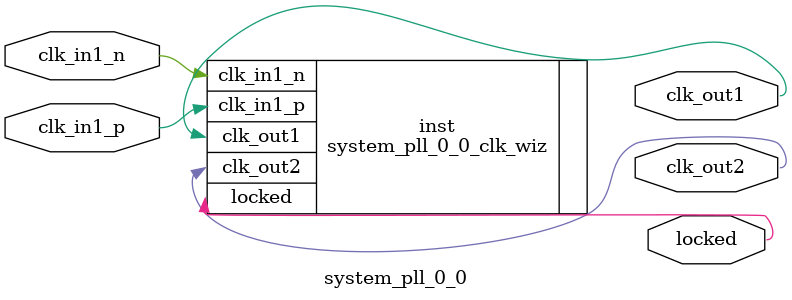
<source format=v>


`timescale 1ps/1ps

(* CORE_GENERATION_INFO = "system_pll_0_0,clk_wiz_v6_0_4_0_0,{component_name=system_pll_0_0,use_phase_alignment=true,use_min_o_jitter=false,use_max_i_jitter=false,use_dyn_phase_shift=false,use_inclk_switchover=false,use_dyn_reconfig=false,enable_axi=0,feedback_source=FDBK_AUTO,PRIMITIVE=PLL,num_out_clk=2,clkin1_period=8.000,clkin2_period=10.0,use_power_down=false,use_reset=false,use_locked=true,use_inclk_stopped=false,feedback_type=SINGLE,CLOCK_MGR_TYPE=NA,manual_override=false}" *)

module system_pll_0_0 
 (
  // Clock out ports
  output        clk_out1,
  output        clk_out2,
  // Status and control signals
  output        locked,
 // Clock in ports
  input         clk_in1_p,
  input         clk_in1_n
 );

  system_pll_0_0_clk_wiz inst
  (
  // Clock out ports  
  .clk_out1(clk_out1),
  .clk_out2(clk_out2),
  // Status and control signals               
  .locked(locked),
 // Clock in ports
  .clk_in1_p(clk_in1_p),
  .clk_in1_n(clk_in1_n)
  );

endmodule

</source>
